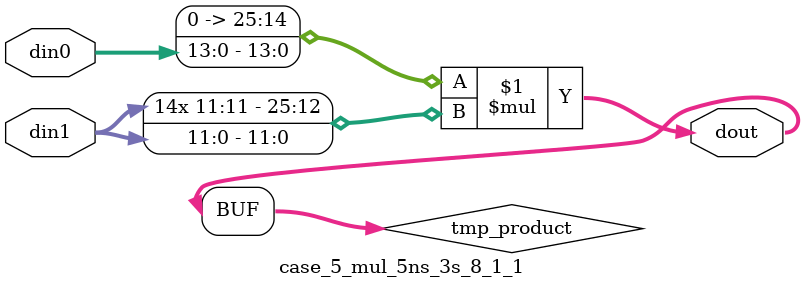
<source format=v>

`timescale 1 ns / 1 ps

 (* use_dsp = "no" *)  module case_5_mul_5ns_3s_8_1_1(din0, din1, dout);
parameter ID = 1;
parameter NUM_STAGE = 0;
parameter din0_WIDTH = 14;
parameter din1_WIDTH = 12;
parameter dout_WIDTH = 26;

input [din0_WIDTH - 1 : 0] din0; 
input [din1_WIDTH - 1 : 0] din1; 
output [dout_WIDTH - 1 : 0] dout;

wire signed [dout_WIDTH - 1 : 0] tmp_product;

























assign tmp_product = $signed({1'b0, din0}) * $signed(din1);










assign dout = tmp_product;





















endmodule

</source>
